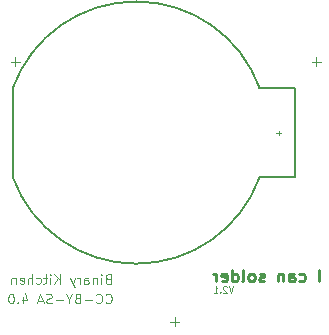
<source format=gbr>
%TF.GenerationSoftware,KiCad,Pcbnew,5.1.9*%
%TF.CreationDate,2021-04-20T19:45:11+02:00*%
%TF.ProjectId,ICanSolder,4943616e-536f-46c6-9465-722e6b696361,rev?*%
%TF.SameCoordinates,Original*%
%TF.FileFunction,Legend,Bot*%
%TF.FilePolarity,Positive*%
%FSLAX46Y46*%
G04 Gerber Fmt 4.6, Leading zero omitted, Abs format (unit mm)*
G04 Created by KiCad (PCBNEW 5.1.9) date 2021-04-20 19:45:11*
%MOMM*%
%LPD*%
G01*
G04 APERTURE LIST*
%ADD10C,0.125000*%
%ADD11C,0.110000*%
%ADD12C,0.250000*%
%ADD13C,0.203200*%
G04 APERTURE END LIST*
D10*
X191490476Y-115435714D02*
X191109523Y-115435714D01*
X191300000Y-115626190D02*
X191300000Y-115245238D01*
X194880952Y-109421428D02*
X194119047Y-109421428D01*
X194500000Y-109802380D02*
X194500000Y-109040476D01*
X169380952Y-109421428D02*
X168619047Y-109421428D01*
X169000000Y-109802380D02*
X169000000Y-109040476D01*
X182880952Y-131421428D02*
X182119047Y-131421428D01*
X182500000Y-131802380D02*
X182500000Y-131040476D01*
D11*
X176666666Y-129785714D02*
X176704761Y-129823809D01*
X176819047Y-129861904D01*
X176895238Y-129861904D01*
X177009523Y-129823809D01*
X177085714Y-129747619D01*
X177123809Y-129671428D01*
X177161904Y-129519047D01*
X177161904Y-129404761D01*
X177123809Y-129252380D01*
X177085714Y-129176190D01*
X177009523Y-129100000D01*
X176895238Y-129061904D01*
X176819047Y-129061904D01*
X176704761Y-129100000D01*
X176666666Y-129138095D01*
X175866666Y-129785714D02*
X175904761Y-129823809D01*
X176019047Y-129861904D01*
X176095238Y-129861904D01*
X176209523Y-129823809D01*
X176285714Y-129747619D01*
X176323809Y-129671428D01*
X176361904Y-129519047D01*
X176361904Y-129404761D01*
X176323809Y-129252380D01*
X176285714Y-129176190D01*
X176209523Y-129100000D01*
X176095238Y-129061904D01*
X176019047Y-129061904D01*
X175904761Y-129100000D01*
X175866666Y-129138095D01*
X175523809Y-129557142D02*
X174914285Y-129557142D01*
X174266666Y-129442857D02*
X174152380Y-129480952D01*
X174114285Y-129519047D01*
X174076190Y-129595238D01*
X174076190Y-129709523D01*
X174114285Y-129785714D01*
X174152380Y-129823809D01*
X174228571Y-129861904D01*
X174533333Y-129861904D01*
X174533333Y-129061904D01*
X174266666Y-129061904D01*
X174190476Y-129100000D01*
X174152380Y-129138095D01*
X174114285Y-129214285D01*
X174114285Y-129290476D01*
X174152380Y-129366666D01*
X174190476Y-129404761D01*
X174266666Y-129442857D01*
X174533333Y-129442857D01*
X173580952Y-129480952D02*
X173580952Y-129861904D01*
X173847619Y-129061904D02*
X173580952Y-129480952D01*
X173314285Y-129061904D01*
X173047619Y-129557142D02*
X172438095Y-129557142D01*
X172095238Y-129823809D02*
X171980952Y-129861904D01*
X171790476Y-129861904D01*
X171714285Y-129823809D01*
X171676190Y-129785714D01*
X171638095Y-129709523D01*
X171638095Y-129633333D01*
X171676190Y-129557142D01*
X171714285Y-129519047D01*
X171790476Y-129480952D01*
X171942857Y-129442857D01*
X172019047Y-129404761D01*
X172057142Y-129366666D01*
X172095238Y-129290476D01*
X172095238Y-129214285D01*
X172057142Y-129138095D01*
X172019047Y-129100000D01*
X171942857Y-129061904D01*
X171752380Y-129061904D01*
X171638095Y-129100000D01*
X171333333Y-129633333D02*
X170952380Y-129633333D01*
X171409523Y-129861904D02*
X171142857Y-129061904D01*
X170876190Y-129861904D01*
X169657142Y-129328571D02*
X169657142Y-129861904D01*
X169847619Y-129023809D02*
X170038095Y-129595238D01*
X169542857Y-129595238D01*
X169238095Y-129785714D02*
X169200000Y-129823809D01*
X169238095Y-129861904D01*
X169276190Y-129823809D01*
X169238095Y-129785714D01*
X169238095Y-129861904D01*
X168704761Y-129061904D02*
X168628571Y-129061904D01*
X168552380Y-129100000D01*
X168514285Y-129138095D01*
X168476190Y-129214285D01*
X168438095Y-129366666D01*
X168438095Y-129557142D01*
X168476190Y-129709523D01*
X168514285Y-129785714D01*
X168552380Y-129823809D01*
X168628571Y-129861904D01*
X168704761Y-129861904D01*
X168780952Y-129823809D01*
X168819047Y-129785714D01*
X168857142Y-129709523D01*
X168895238Y-129557142D01*
X168895238Y-129366666D01*
X168857142Y-129214285D01*
X168819047Y-129138095D01*
X168780952Y-129100000D01*
X168704761Y-129061904D01*
X176842857Y-127792857D02*
X176728571Y-127830952D01*
X176690476Y-127869047D01*
X176652380Y-127945238D01*
X176652380Y-128059523D01*
X176690476Y-128135714D01*
X176728571Y-128173809D01*
X176804761Y-128211904D01*
X177109523Y-128211904D01*
X177109523Y-127411904D01*
X176842857Y-127411904D01*
X176766666Y-127450000D01*
X176728571Y-127488095D01*
X176690476Y-127564285D01*
X176690476Y-127640476D01*
X176728571Y-127716666D01*
X176766666Y-127754761D01*
X176842857Y-127792857D01*
X177109523Y-127792857D01*
X176309523Y-128211904D02*
X176309523Y-127678571D01*
X176309523Y-127411904D02*
X176347619Y-127450000D01*
X176309523Y-127488095D01*
X176271428Y-127450000D01*
X176309523Y-127411904D01*
X176309523Y-127488095D01*
X175928571Y-127678571D02*
X175928571Y-128211904D01*
X175928571Y-127754761D02*
X175890476Y-127716666D01*
X175814285Y-127678571D01*
X175700000Y-127678571D01*
X175623809Y-127716666D01*
X175585714Y-127792857D01*
X175585714Y-128211904D01*
X174861904Y-128211904D02*
X174861904Y-127792857D01*
X174900000Y-127716666D01*
X174976190Y-127678571D01*
X175128571Y-127678571D01*
X175204761Y-127716666D01*
X174861904Y-128173809D02*
X174938095Y-128211904D01*
X175128571Y-128211904D01*
X175204761Y-128173809D01*
X175242857Y-128097619D01*
X175242857Y-128021428D01*
X175204761Y-127945238D01*
X175128571Y-127907142D01*
X174938095Y-127907142D01*
X174861904Y-127869047D01*
X174480952Y-128211904D02*
X174480952Y-127678571D01*
X174480952Y-127830952D02*
X174442857Y-127754761D01*
X174404761Y-127716666D01*
X174328571Y-127678571D01*
X174252380Y-127678571D01*
X174061904Y-127678571D02*
X173871428Y-128211904D01*
X173680952Y-127678571D02*
X173871428Y-128211904D01*
X173947619Y-128402380D01*
X173985714Y-128440476D01*
X174061904Y-128478571D01*
X172766666Y-128211904D02*
X172766666Y-127411904D01*
X172309523Y-128211904D02*
X172652380Y-127754761D01*
X172309523Y-127411904D02*
X172766666Y-127869047D01*
X171966666Y-128211904D02*
X171966666Y-127678571D01*
X171966666Y-127411904D02*
X172004761Y-127450000D01*
X171966666Y-127488095D01*
X171928571Y-127450000D01*
X171966666Y-127411904D01*
X171966666Y-127488095D01*
X171700000Y-127678571D02*
X171395238Y-127678571D01*
X171585714Y-127411904D02*
X171585714Y-128097619D01*
X171547619Y-128173809D01*
X171471428Y-128211904D01*
X171395238Y-128211904D01*
X170785714Y-128173809D02*
X170861904Y-128211904D01*
X171014285Y-128211904D01*
X171090476Y-128173809D01*
X171128571Y-128135714D01*
X171166666Y-128059523D01*
X171166666Y-127830952D01*
X171128571Y-127754761D01*
X171090476Y-127716666D01*
X171014285Y-127678571D01*
X170861904Y-127678571D01*
X170785714Y-127716666D01*
X170442857Y-128211904D02*
X170442857Y-127411904D01*
X170100000Y-128211904D02*
X170100000Y-127792857D01*
X170138095Y-127716666D01*
X170214285Y-127678571D01*
X170328571Y-127678571D01*
X170404761Y-127716666D01*
X170442857Y-127754761D01*
X169414285Y-128173809D02*
X169490476Y-128211904D01*
X169642857Y-128211904D01*
X169719047Y-128173809D01*
X169757142Y-128097619D01*
X169757142Y-127792857D01*
X169719047Y-127716666D01*
X169642857Y-127678571D01*
X169490476Y-127678571D01*
X169414285Y-127716666D01*
X169376190Y-127792857D01*
X169376190Y-127869047D01*
X169757142Y-127945238D01*
X169033333Y-127678571D02*
X169033333Y-128211904D01*
X169033333Y-127754761D02*
X168995238Y-127716666D01*
X168919047Y-127678571D01*
X168804761Y-127678571D01*
X168728571Y-127716666D01*
X168690476Y-127792857D01*
X168690476Y-128211904D01*
X187438095Y-128398809D02*
X187254761Y-128948809D01*
X187071428Y-128398809D01*
X186914285Y-128451190D02*
X186888095Y-128425000D01*
X186835714Y-128398809D01*
X186704761Y-128398809D01*
X186652380Y-128425000D01*
X186626190Y-128451190D01*
X186600000Y-128503571D01*
X186600000Y-128555952D01*
X186626190Y-128634523D01*
X186940476Y-128948809D01*
X186600000Y-128948809D01*
X186364285Y-128896428D02*
X186338095Y-128922619D01*
X186364285Y-128948809D01*
X186390476Y-128922619D01*
X186364285Y-128896428D01*
X186364285Y-128948809D01*
X185814285Y-128948809D02*
X186128571Y-128948809D01*
X185971428Y-128948809D02*
X185971428Y-128398809D01*
X186023809Y-128477380D01*
X186076190Y-128529761D01*
X186128571Y-128555952D01*
D12*
X194704761Y-128002380D02*
X194704761Y-127002380D01*
X193038095Y-127954761D02*
X193133333Y-128002380D01*
X193323809Y-128002380D01*
X193419047Y-127954761D01*
X193466666Y-127907142D01*
X193514285Y-127811904D01*
X193514285Y-127526190D01*
X193466666Y-127430952D01*
X193419047Y-127383333D01*
X193323809Y-127335714D01*
X193133333Y-127335714D01*
X193038095Y-127383333D01*
X192180952Y-128002380D02*
X192180952Y-127478571D01*
X192228571Y-127383333D01*
X192323809Y-127335714D01*
X192514285Y-127335714D01*
X192609523Y-127383333D01*
X192180952Y-127954761D02*
X192276190Y-128002380D01*
X192514285Y-128002380D01*
X192609523Y-127954761D01*
X192657142Y-127859523D01*
X192657142Y-127764285D01*
X192609523Y-127669047D01*
X192514285Y-127621428D01*
X192276190Y-127621428D01*
X192180952Y-127573809D01*
X191704761Y-127335714D02*
X191704761Y-128002380D01*
X191704761Y-127430952D02*
X191657142Y-127383333D01*
X191561904Y-127335714D01*
X191419047Y-127335714D01*
X191323809Y-127383333D01*
X191276190Y-127478571D01*
X191276190Y-128002380D01*
X190085714Y-127954761D02*
X189990476Y-128002380D01*
X189800000Y-128002380D01*
X189704761Y-127954761D01*
X189657142Y-127859523D01*
X189657142Y-127811904D01*
X189704761Y-127716666D01*
X189800000Y-127669047D01*
X189942857Y-127669047D01*
X190038095Y-127621428D01*
X190085714Y-127526190D01*
X190085714Y-127478571D01*
X190038095Y-127383333D01*
X189942857Y-127335714D01*
X189800000Y-127335714D01*
X189704761Y-127383333D01*
X189085714Y-128002380D02*
X189180952Y-127954761D01*
X189228571Y-127907142D01*
X189276190Y-127811904D01*
X189276190Y-127526190D01*
X189228571Y-127430952D01*
X189180952Y-127383333D01*
X189085714Y-127335714D01*
X188942857Y-127335714D01*
X188847619Y-127383333D01*
X188800000Y-127430952D01*
X188752380Y-127526190D01*
X188752380Y-127811904D01*
X188800000Y-127907142D01*
X188847619Y-127954761D01*
X188942857Y-128002380D01*
X189085714Y-128002380D01*
X188180952Y-128002380D02*
X188276190Y-127954761D01*
X188323809Y-127859523D01*
X188323809Y-127002380D01*
X187371428Y-128002380D02*
X187371428Y-127002380D01*
X187371428Y-127954761D02*
X187466666Y-128002380D01*
X187657142Y-128002380D01*
X187752380Y-127954761D01*
X187800000Y-127907142D01*
X187847619Y-127811904D01*
X187847619Y-127526190D01*
X187800000Y-127430952D01*
X187752380Y-127383333D01*
X187657142Y-127335714D01*
X187466666Y-127335714D01*
X187371428Y-127383333D01*
X186514285Y-127954761D02*
X186609523Y-128002380D01*
X186800000Y-128002380D01*
X186895238Y-127954761D01*
X186942857Y-127859523D01*
X186942857Y-127478571D01*
X186895238Y-127383333D01*
X186800000Y-127335714D01*
X186609523Y-127335714D01*
X186514285Y-127383333D01*
X186466666Y-127478571D01*
X186466666Y-127573809D01*
X186942857Y-127669047D01*
X186038095Y-128002380D02*
X186038095Y-127335714D01*
X186038095Y-127526190D02*
X185990476Y-127430952D01*
X185942857Y-127383333D01*
X185847619Y-127335714D01*
X185752380Y-127335714D01*
D13*
%TO.C,BT1*%
X189686120Y-119199840D02*
X192668080Y-119199840D01*
X192668080Y-119199840D02*
X192668080Y-111600160D01*
X192668080Y-111600160D02*
X189686120Y-111600160D01*
X168809860Y-119199840D02*
X168809860Y-111600160D01*
X168816795Y-111588152D02*
G75*
G02*
X189686120Y-111600160I10432465J-3824548D01*
G01*
X189683665Y-119213488D02*
G75*
G02*
X168809860Y-119199840I-10434405J3826188D01*
G01*
%TD*%
M02*

</source>
